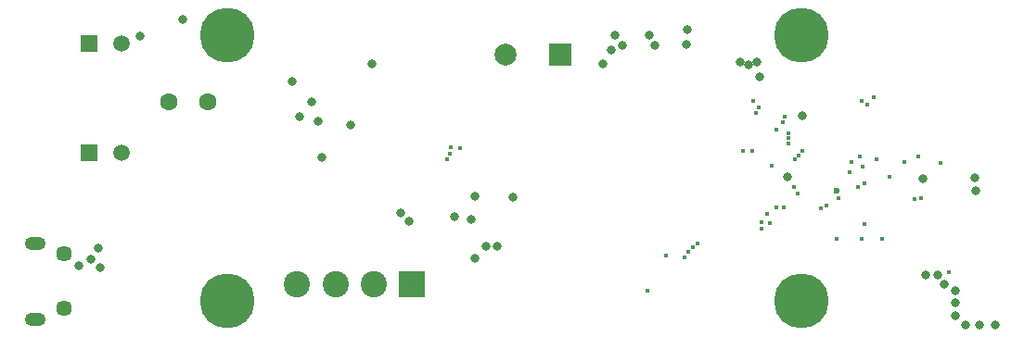
<source format=gbr>
%TF.GenerationSoftware,KiCad,Pcbnew,7.0.2*%
%TF.CreationDate,2023-10-15T09:35:08+11:00*%
%TF.ProjectId,Strelka_Flight_Computer,53747265-6c6b-4615-9f46-6c696768745f,rev?*%
%TF.SameCoordinates,Original*%
%TF.FileFunction,Copper,L2,Inr*%
%TF.FilePolarity,Positive*%
%FSLAX46Y46*%
G04 Gerber Fmt 4.6, Leading zero omitted, Abs format (unit mm)*
G04 Created by KiCad (PCBNEW 7.0.2) date 2023-10-15 09:35:08*
%MOMM*%
%LPD*%
G01*
G04 APERTURE LIST*
%TA.AperFunction,ComponentPad*%
%ADD10C,5.000000*%
%TD*%
%TA.AperFunction,ComponentPad*%
%ADD11R,1.520000X1.520000*%
%TD*%
%TA.AperFunction,ComponentPad*%
%ADD12C,1.520000*%
%TD*%
%TA.AperFunction,ComponentPad*%
%ADD13R,2.000000X2.000000*%
%TD*%
%TA.AperFunction,ComponentPad*%
%ADD14C,2.000000*%
%TD*%
%TA.AperFunction,ComponentPad*%
%ADD15C,1.600000*%
%TD*%
%TA.AperFunction,ComponentPad*%
%ADD16O,1.900000X1.200000*%
%TD*%
%TA.AperFunction,ComponentPad*%
%ADD17C,1.450000*%
%TD*%
%TA.AperFunction,ComponentPad*%
%ADD18R,2.400000X2.400000*%
%TD*%
%TA.AperFunction,ComponentPad*%
%ADD19C,2.400000*%
%TD*%
%TA.AperFunction,ViaPad*%
%ADD20C,0.450000*%
%TD*%
%TA.AperFunction,ViaPad*%
%ADD21C,0.800000*%
%TD*%
%TA.AperFunction,ViaPad*%
%ADD22C,0.600000*%
%TD*%
G04 APERTURE END LIST*
D10*
%TO.N,N/C*%
%TO.C,H1*%
X170059602Y-75565795D03*
%TD*%
D11*
%TO.N,+BATT*%
%TO.C,J7*%
X105000000Y-52000000D03*
D12*
%TO.N,-BATT*%
X108000000Y-52000000D03*
%TD*%
D10*
%TO.N,N/C*%
%TO.C,H3*%
X117609602Y-75565795D03*
%TD*%
D13*
%TO.N,Net-(BZ3--)*%
%TO.C,BZ3*%
X148000000Y-53000000D03*
D14*
%TO.N,GND*%
X143000000Y-53000000D03*
%TD*%
D15*
%TO.N,VDC*%
%TO.C,C41*%
X112300000Y-57300000D03*
%TO.N,GND*%
X115800000Y-57300000D03*
%TD*%
D10*
%TO.N,N/C*%
%TO.C,H2*%
X117609602Y-51210595D03*
%TD*%
%TO.N,N/C*%
%TO.C,H4*%
X170059602Y-51210595D03*
%TD*%
D16*
%TO.N,GND*%
%TO.C,J6*%
X100050000Y-70250000D03*
D17*
X102750000Y-71250000D03*
X102750000Y-76250000D03*
D16*
X100050000Y-77250000D03*
%TD*%
D18*
%TO.N,/Actuators/Ematch_Main/EMATCH-*%
%TO.C,J3*%
X134500000Y-74000000D03*
D19*
%TO.N,/Actuators/Ematch_Main/EMATCH+*%
X131000000Y-74000000D03*
%TO.N,/Actuators/Ematch_Drogue1/EMATCH-*%
X127500000Y-74000000D03*
%TO.N,/Actuators/Ematch_Drogue1/EMATCH+*%
X124000000Y-74000000D03*
%TD*%
D11*
%TO.N,/Power/SW_IN*%
%TO.C,SW1*%
X105000000Y-62000000D03*
D12*
%TO.N,VDC*%
X108000000Y-62000000D03*
%TD*%
D20*
%TO.N,/915MHz_Radio/SPI_MOSI*%
X174600000Y-62875000D03*
%TO.N,/915MHz_Radio/SPI_MISO*%
X174400000Y-63750000D03*
%TO.N,/915MHz_Radio/SPI_MOSI*%
X175575000Y-63275000D03*
D21*
%TO.N,GND*%
X130850000Y-53875000D03*
D20*
%TO.N,/STM32H743/GPS_RST*%
X155975000Y-74600000D03*
%TO.N,/STM32H743/EXTI7*%
X182700000Y-62950000D03*
%TO.N,/915MHz_Radio/SPI_CLK*%
X178075000Y-64200000D03*
D21*
%TO.N,+3.3V*%
X123575000Y-55475000D03*
D20*
%TO.N,/915MHz_Radio/LoRa_Sig*%
X183500000Y-72900000D03*
D21*
%TO.N,GND*%
X181400000Y-73150000D03*
X185900000Y-64300000D03*
X184050000Y-76850000D03*
X185050000Y-77700000D03*
X182500000Y-73150000D03*
X140225000Y-71600000D03*
X184050000Y-74600000D03*
X187700000Y-77700000D03*
X184050000Y-75700000D03*
X186300000Y-77700000D03*
D22*
X173275000Y-65425000D03*
D21*
X183050000Y-74050000D03*
%TO.N,+5VA*%
X125325000Y-57300000D03*
X124250500Y-58705240D03*
%TO.N,+5V*%
X128875000Y-59450000D03*
X138375000Y-67850000D03*
%TO.N,+3.3V*%
X166200000Y-55050000D03*
X152650000Y-52550000D03*
X185950000Y-65500000D03*
X156150000Y-51250000D03*
X159550000Y-52050000D03*
X168750000Y-64200000D03*
X170103378Y-58596641D03*
X165225000Y-53925000D03*
X151891332Y-53885405D03*
X181100000Y-64350000D03*
%TO.N,VBUS*%
X104100000Y-72325000D03*
X126275000Y-62450000D03*
X125950000Y-59150000D03*
X106025000Y-72450000D03*
%TO.N,Net-(D1-A)*%
X113575000Y-49825000D03*
X109650000Y-51300000D03*
%TO.N,/Data_Interfaces/CAN_+*%
X141225000Y-70509352D03*
%TO.N,/Data_Interfaces/CAN_-*%
X142275000Y-70509352D03*
%TO.N,/Data_Interfaces/USB_D-*%
X133478768Y-67478768D03*
X105878768Y-70678768D03*
%TO.N,/Data_Interfaces/USB_D+*%
X134221232Y-68221232D03*
X105150000Y-71700000D03*
D20*
%TO.N,/915MHz_Radio/SPI_MISO*%
X179450000Y-62800000D03*
X168800000Y-60650000D03*
%TO.N,/915MHz_Radio/SPI_MOSI*%
X168848998Y-60203059D03*
X180325000Y-66250000D03*
%TO.N,/915MHz_Radio/SPI_CLK*%
X180925000Y-66100000D03*
X168800000Y-61150000D03*
%TO.N,/915MHz_Radio/CS_RF*%
X175550000Y-57225000D03*
%TO.N,/915MHz_Radio/IO0_RF*%
X167300000Y-63150000D03*
D21*
%TO.N,Net-(JP4-RX1)*%
X140186531Y-65988488D03*
%TO.N,Net-(JP4-TX1)*%
X143700000Y-66025000D03*
D20*
%TO.N,/STM32H743/I2C2_SDA*%
X168450000Y-67000000D03*
X169700000Y-65750000D03*
%TO.N,/STM32H743/I2C2_SCL*%
X167750000Y-67000000D03*
X169337500Y-65112500D03*
D21*
%TO.N,/Data_Logging/SD0*%
X166000000Y-53650000D03*
%TO.N,/Data_Logging/SD1*%
X164450593Y-53713092D03*
%TO.N,/Data_Logging/SD2*%
X156627794Y-52203325D03*
%TO.N,/Data_Logging/SD3*%
X153681541Y-52137734D03*
%TO.N,/Data_Logging/CLK*%
X153009431Y-51269988D03*
%TO.N,/Data_Logging/CMD*%
X159650000Y-50750000D03*
%TO.N,Net-(U5-Rs)*%
X139914772Y-68074500D03*
D20*
%TO.N,/Actuators/EXT_SPI_MISO*%
X160149566Y-70651251D03*
X138875000Y-61575000D03*
%TO.N,/Actuators/EXT_SPI_MOSI*%
X138050000Y-61450000D03*
X160525000Y-70250000D03*
%TO.N,/Actuators/EXT_SPI_SCK*%
X137925000Y-62050000D03*
X159700000Y-71050000D03*
%TO.N,/Actuators/EXT_SPI_CS*%
X137704749Y-62553430D03*
X159325000Y-71575000D03*
%TO.N,/STM32H743/SPI2_NSS1*%
X167750000Y-59900000D03*
X175350000Y-62350000D03*
%TO.N,/STM32H743/SPI2_NSS2*%
X172350000Y-66850002D03*
X165500000Y-61800000D03*
%TO.N,/STM32H743/SPI2_NSS3*%
X164700000Y-61850000D03*
X171839799Y-67054080D03*
%TO.N,/STM32H743/SPI2_NSS4*%
X170150000Y-61850000D03*
X175800000Y-64800000D03*
%TO.N,/STM32H743/EXTI6*%
X176900000Y-62600000D03*
X165589644Y-57239644D03*
%TO.N,/STM32H743/EXTI7*%
X176650000Y-56925000D03*
%TO.N,/STM32H743/EXTI13*%
X168320104Y-59179896D03*
X165891299Y-58335610D03*
X173435565Y-66131486D03*
X169400535Y-62555798D03*
%TO.N,/STM32H743/EXTI14*%
X166122250Y-57836998D03*
X175200000Y-65100000D03*
X169750000Y-62250000D03*
X168501000Y-58726262D03*
%TO.N,/STM32H743/SPI4_NSS*%
X173250000Y-69900000D03*
X166384897Y-68900001D03*
%TO.N,/STM32H743/SPI4_SCK*%
X175800567Y-68499500D03*
X166387429Y-68312571D03*
%TO.N,/STM32H743/SPI4_MISO*%
X175550000Y-69900000D03*
X167125000Y-68450000D03*
%TO.N,/STM32H743/SPI4_MOSI*%
X177400000Y-69900000D03*
X166900000Y-67550000D03*
%TO.N,/STM32H743/GPS_RST*%
X157625000Y-71375000D03*
%TO.N,/STM32H743/EXTI15*%
X180700000Y-62350000D03*
X176074115Y-57594618D03*
%TD*%
M02*

</source>
